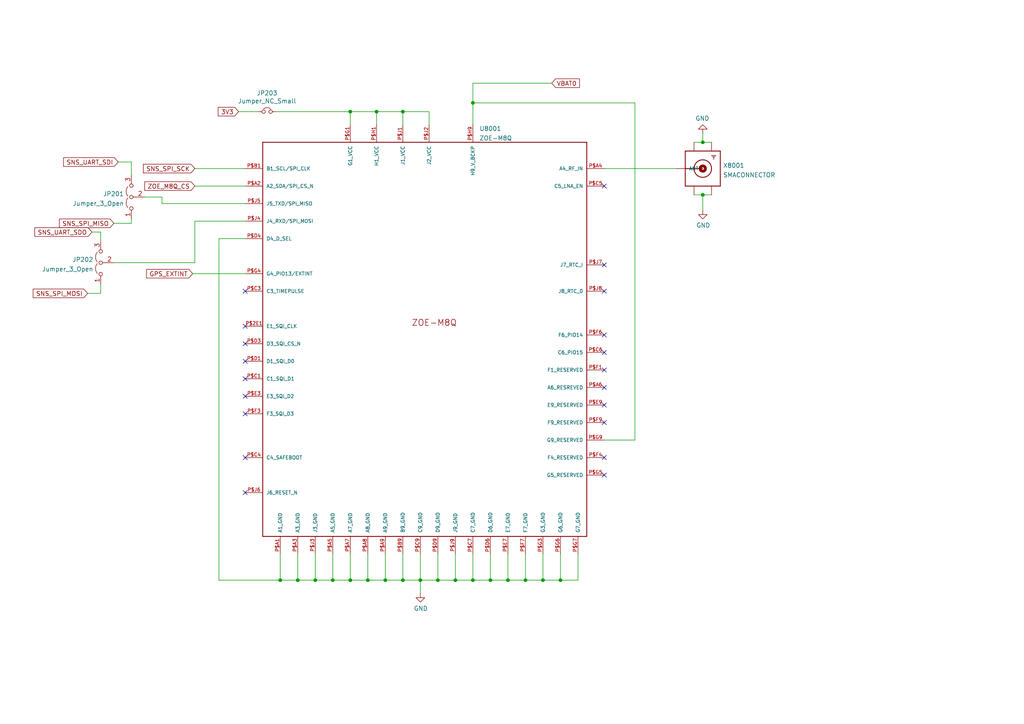
<source format=kicad_sch>
(kicad_sch (version 20211123) (generator eeschema)
  (paper "A4")
  (lib_symbols
    (symbol "Device:Jumper_NC_Small" (pin_numbers hide) (pin_names (offset 0.762) hide)
      (property "Reference" "JP" (at 0 2.032 0))
      (property "Value" "Device_Jumper_NC_Small" (at 0.254 -1.524 0))
      (symbol "Jumper_NC_Small_0_1"
        (circle (center -1.016 0) (radius 0.508))
        (circle (center 1.016 0) (radius 0.508))
        (arc (start 1.016 0.762) (mid 0 1.1828) (end -1.016 0.762))
        (pin passive line (at -2.54 0 0) (length 1.016) (name "1") (number "1"))
        (pin passive line (at 2.54 0 180) (length 1.016) (name "2") (number "2"))
      )
    )
    (symbol "Jumper:Jumper_3_Open" (pin_names (offset 0) hide)
      (property "Reference" "JP" (at -2.54 -2.54 0))
      (property "Value" "Jumper_3_Open" (at 0 2.794 0))
      (symbol "Jumper_3_Open_0_0"
        (circle (center -3.302 0) (radius 0.508))
        (circle (center 0 0) (radius 0.508))
        (circle (center 3.302 0) (radius 0.508))
      )
      (symbol "Jumper_3_Open_0_1"
        (arc (start -0.254 1.016) (mid -1.651 1.4992) (end -3.048 1.016))
        (polyline (pts (xy 0 -0.508) (xy 0 -1.27)))
        (arc (start 3.048 1.016) (mid 1.651 1.4992) (end 0.254 1.016))
      )
      (symbol "Jumper_3_Open_1_1"
        (pin passive line (at -6.35 0 0) (length 2.54) (name "A") (number "1"))
        (pin input line (at 0 -3.81 90) (length 2.54) (name "C") (number "2"))
        (pin passive line (at 6.35 0 180) (length 2.54) (name "B") (number "3"))
      )
    )
    (symbol "SMACONNECTOR:SMACONNECTOR" (pin_numbers hide) (pin_names (offset 1.016))
      (property "Reference" "X" (at 7.62 2.54 0))
      (property "Value" "SMACONNECTOR" (at 7.62 0 0))
      (symbol "SMACONNECTOR_0_0"
        (polyline (pts (xy -5.08 -5.08) (xy -5.08 0)) (stroke (width 0.254)))
        (polyline (pts (xy -5.08 0) (xy -5.08 5.08)) (stroke (width 0.254)))
        (polyline (pts (xy -5.08 0) (xy 0 0)) (stroke (width 0.254)))
        (polyline (pts (xy -5.08 5.08) (xy 5.08 5.08)) (stroke (width 0.254)))
        (polyline (pts (xy 2.54 3.81) (xy 3.175 3.81)) (stroke (width 0.127)))
        (polyline (pts (xy 3.175 3.175) (xy 2.54 3.81)) (stroke (width 0.127)))
        (polyline (pts (xy 3.175 3.81) (xy 3.175 2.54)) (stroke (width 0.127)))
        (polyline (pts (xy 3.175 3.81) (xy 3.81 3.81)) (stroke (width 0.127)))
        (polyline (pts (xy 3.81 3.81) (xy 3.175 3.175)) (stroke (width 0.127)))
        (polyline (pts (xy 5.08 -5.08) (xy -5.08 -5.08)) (stroke (width 0.254)))
        (polyline (pts (xy 5.08 5.08) (xy 5.08 -5.08)) (stroke (width 0.254)))
        (circle (center 0 0) (radius 0.3556) (stroke (width 0.8128)))
        (circle (center 0 0) (radius 2.54) (stroke (width 0.254)))
        (pin bidirectional line (at -7.62 0 0) (length 2.54) (name "ANT") (number "ANTENNA"))
        (pin power_in line (at -2.54 7.62 270) (length 2.54) (name "~") (number "GND1"))
        (pin power_in line (at 2.54 7.62 270) (length 2.54) (name "~") (number "GND2"))
        (pin power_in line (at -2.54 -7.62 90) (length 2.54) (name "~") (number "GND3"))
        (pin power_in line (at 2.54 -7.62 90) (length 2.54) (name "~") (number "GND4"))
      )
    )
    (symbol "ZOE-M8Q:ZOE-M8Q" (pin_names (offset 1.016))
      (property "Reference" "U" (at -71.12 93.98 0))
      (property "Value" "ZOE-M8Q" (at -86.36 -30.48 0))
      (symbol "ZOE-M8Q_0_0"
        (polyline (pts (xy -71.12 -25.4) (xy 22.86 -25.4)) (stroke (width 0.254)))
        (polyline (pts (xy -71.12 88.9) (xy -71.12 -25.4)) (stroke (width 0.254)))
        (polyline (pts (xy 22.86 88.9) (xy -71.12 88.9)) (stroke (width 0.254)))
        (polyline (pts (xy 22.86 88.9) (xy 22.86 -25.4)) (stroke (width 0.254)))
        (text "ZOE-M8Q" (at -27.94 35.56 0) (effects (font (size 1.778 1.778)) (justify left bottom)))
        (pin bidirectional line (at -76.2 35.56 0) (length 5.08) (name "E1_SQI_CLK") (number "P$2E1"))
        (pin power_in line (at -66.04 -30.48 90) (length 5.08) (name "A1_GND") (number "P$A1"))
        (pin bidirectional line (at -76.2 76.2 0) (length 5.08) (name "A2_SDA/SPI_CS_N") (number "P$A2"))
        (pin power_in line (at -60.96 -30.48 90) (length 5.08) (name "A3_GND") (number "P$A3"))
        (pin input line (at 27.94 81.28 180) (length 5.08) (name "A4_RF_IN") (number "P$A4"))
        (pin power_in line (at -50.8 -30.48 90) (length 5.08) (name "A5_GND") (number "P$A5"))
        (pin bidirectional line (at 27.94 17.78 180) (length 5.08) (name "A6_RESREVED") (number "P$A6"))
        (pin power_in line (at -45.72 -30.48 90) (length 5.08) (name "A7_GND") (number "P$A7"))
        (pin power_in line (at -40.64 -30.48 90) (length 5.08) (name "A8_GND") (number "P$A8"))
        (pin power_in line (at -35.56 -30.48 90) (length 5.08) (name "A9_GND") (number "P$A9"))
        (pin bidirectional line (at -76.2 81.28 0) (length 5.08) (name "B1_SCL/SPI_CLK") (number "P$B1"))
        (pin power_in line (at -30.48 -30.48 90) (length 5.08) (name "B9_GND") (number "P$B9"))
        (pin bidirectional line (at -76.2 20.32 0) (length 5.08) (name "C1_SQI_D1") (number "P$C1"))
        (pin bidirectional line (at -76.2 45.72 0) (length 5.08) (name "C3_TIMEPULSE") (number "P$C3"))
        (pin bidirectional line (at -76.2 -2.54 0) (length 5.08) (name "C4_SAFEBOOT") (number "P$C4"))
        (pin bidirectional line (at 27.94 76.2 180) (length 5.08) (name "C5_LNA_EN") (number "P$C5"))
        (pin bidirectional line (at 27.94 27.94 180) (length 5.08) (name "C6_PIO15") (number "P$C6"))
        (pin power_in line (at -10.16 -30.48 90) (length 5.08) (name "C7_GND") (number "P$C7"))
        (pin power_in line (at -25.4 -30.48 90) (length 5.08) (name "C9_GND") (number "P$C9"))
        (pin bidirectional line (at -76.2 25.4 0) (length 5.08) (name "D1_SQI_D0") (number "P$D1"))
        (pin bidirectional line (at -76.2 30.48 0) (length 5.08) (name "D3_SQI_CS_N") (number "P$D3"))
        (pin bidirectional line (at -76.2 60.96 0) (length 5.08) (name "D4_D_SEL") (number "P$D4"))
        (pin power_in line (at -5.08 -30.48 90) (length 5.08) (name "D6_GND") (number "P$D6"))
        (pin power_in line (at -20.32 -30.48 90) (length 5.08) (name "D9_GND") (number "P$D9"))
        (pin bidirectional line (at -76.2 15.24 0) (length 5.08) (name "E3_SQI_D2") (number "P$E3"))
        (pin power_in line (at 0 -30.48 90) (length 5.08) (name "E7_GND") (number "P$E7"))
        (pin bidirectional line (at 27.94 12.7 180) (length 5.08) (name "E9_RESERVED") (number "P$E9"))
        (pin bidirectional line (at 27.94 22.86 180) (length 5.08) (name "F1_RESERVED") (number "P$F1"))
        (pin bidirectional line (at -76.2 10.16 0) (length 5.08) (name "F3_SQI_D3") (number "P$F3"))
        (pin bidirectional line (at 27.94 -2.54 180) (length 5.08) (name "F4_RESERVED") (number "P$F4"))
        (pin bidirectional line (at 27.94 33.02 180) (length 5.08) (name "F6_PIO14") (number "P$F6"))
        (pin power_in line (at 5.08 -30.48 90) (length 5.08) (name "F7_GND") (number "P$F7"))
        (pin bidirectional line (at 27.94 7.62 180) (length 5.08) (name "F9_RESERVED") (number "P$F9"))
        (pin power_in line (at -45.72 93.98 270) (length 5.08) (name "G1_VCC") (number "P$G1"))
        (pin power_in line (at 10.16 -30.48 90) (length 5.08) (name "G3_GND") (number "P$G3"))
        (pin bidirectional line (at -76.2 50.8 0) (length 5.08) (name "G4_PIO13/EXTINT") (number "P$G4"))
        (pin bidirectional line (at 27.94 -7.62 180) (length 5.08) (name "G5_RESERVED") (number "P$G5"))
        (pin power_in line (at 15.24 -30.48 90) (length 5.08) (name "G6_GND") (number "P$G6"))
        (pin power_in line (at 20.32 -30.48 90) (length 5.08) (name "G7_GND") (number "P$G7"))
        (pin bidirectional line (at 27.94 2.54 180) (length 5.08) (name "G9_RESERVED") (number "P$G9"))
        (pin power_in line (at -38.1 93.98 270) (length 5.08) (name "H1_VCC") (number "P$H1"))
        (pin power_in line (at -10.16 93.98 270) (length 5.08) (name "H9_V_BCKP") (number "P$H9"))
        (pin power_in line (at -30.48 93.98 270) (length 5.08) (name "J1_VCC") (number "P$J1"))
        (pin power_in line (at -22.86 93.98 270) (length 5.08) (name "J2_VCC") (number "P$J2"))
        (pin power_in line (at -55.88 -30.48 90) (length 5.08) (name "J3_GND") (number "P$J3"))
        (pin bidirectional line (at -76.2 66.04 0) (length 5.08) (name "J4_RXD/SPI_MOSI") (number "P$J4"))
        (pin bidirectional line (at -76.2 71.12 0) (length 5.08) (name "J5_TXD/SPI_MISO") (number "P$J5"))
        (pin bidirectional line (at -76.2 -12.7 0) (length 5.08) (name "J6_RESET_N") (number "P$J6"))
        (pin bidirectional line (at 27.94 53.34 180) (length 5.08) (name "J7_RTC_I") (number "P$J7"))
        (pin bidirectional line (at 27.94 45.72 180) (length 5.08) (name "J8_RTC_0") (number "P$J8"))
        (pin power_in line (at -15.24 -30.48 90) (length 5.08) (name "J9_GND") (number "P$J9"))
      )
    )
    (symbol "power:GND" (power) (pin_names (offset 0))
      (property "Value" "GND" (at 0 -3.81 0))
      (symbol "GND_0_1"
        (polyline (pts (xy 0 0) (xy 0 -1.27) (xy 1.27 -1.27) (xy 0 -2.54) (xy -1.27 -1.27) (xy 0 -1.27)))
      )
      (symbol "GND_1_1"
        (pin power_in line (at 0 0 270) (length 0) hide (name "GND") (number "1"))
      )
    )
  )
  (junction (at 121.92 168.275))
  (junction (at 147.32 168.275))
  (junction (at 162.56 168.275))
  (junction (at 127 168.275))
  (junction (at 96.52 168.275))
  (junction (at 91.44 168.275))
  (junction (at 142.24 168.275))
  (junction (at 137.16 168.275))
  (junction (at 157.48 168.275))
  (junction (at 132.08 168.275))
  (junction (at 81.28 168.275))
  (junction (at 203.835 56.515))
  (junction (at 203.835 41.275))
  (junction (at 86.36 168.275))
  (junction (at 101.6 168.275))
  (junction (at 116.84 168.275))
  (junction (at 152.4 168.275))
  (junction (at 111.76 168.275))
  (junction (at 137.16 29.845))
  (junction (at 116.84 32.385))
  (junction (at 106.68 168.275))
  (junction (at 101.6 32.385))
  (junction (at 109.22 32.385))
  (no_connect (at 175.26 53.975))
  (no_connect (at 71.12 120.015))
  (no_connect (at 71.12 99.695))
  (no_connect (at 71.12 109.855))
  (no_connect (at 71.12 142.875))
  (no_connect (at 175.26 117.475))
  (no_connect (at 175.26 84.455))
  (no_connect (at 175.26 107.315))
  (no_connect (at 71.12 94.615))
  (no_connect (at 175.26 137.795))
  (no_connect (at 175.26 122.555))
  (no_connect (at 175.26 97.155))
  (no_connect (at 71.12 104.775))
  (no_connect (at 71.12 84.455))
  (no_connect (at 175.26 76.835))
  (no_connect (at 71.12 132.715))
  (no_connect (at 71.12 114.935))
  (no_connect (at 175.26 102.235))
  (no_connect (at 175.26 132.715))
  (no_connect (at 175.26 112.395))
  (wire (pts (xy 147.32 168.275) (xy 152.4 168.275)))
  (wire (pts (xy 142.24 160.655) (xy 142.24 168.275)))
  (wire (pts (xy 71.12 59.055) (xy 46.99 59.055)))
  (wire (pts (xy 137.16 29.845) (xy 184.15 29.845)))
  (wire (pts (xy 167.64 168.275) (xy 167.64 160.655)))
  (wire (pts (xy 101.6 168.275) (xy 106.68 168.275)))
  (wire (pts (xy 71.12 53.975) (xy 56.515 53.975)))
  (wire (pts (xy 203.835 56.515) (xy 206.375 56.515)))
  (wire (pts (xy 184.15 29.845) (xy 184.15 127.635)))
  (wire (pts (xy 63.5 168.275) (xy 81.28 168.275)))
  (wire (pts (xy 56.515 64.135) (xy 71.12 64.135)))
  (wire (pts (xy 91.44 160.655) (xy 91.44 168.275)))
  (wire (pts (xy 203.835 60.96) (xy 203.835 56.515)))
  (wire (pts (xy 96.52 160.655) (xy 96.52 168.275)))
  (wire (pts (xy 116.84 160.655) (xy 116.84 168.275)))
  (wire (pts (xy 111.76 168.275) (xy 116.84 168.275)))
  (wire (pts (xy 132.08 168.275) (xy 137.16 168.275)))
  (wire (pts (xy 38.1 64.77) (xy 33.02 64.77)))
  (wire (pts (xy 29.21 82.55) (xy 29.21 85.09)))
  (wire (pts (xy 121.92 168.275) (xy 127 168.275)))
  (wire (pts (xy 175.26 48.895) (xy 196.215 48.895)))
  (wire (pts (xy 124.46 36.195) (xy 124.46 32.385)))
  (wire (pts (xy 80.01 32.385) (xy 101.6 32.385)))
  (wire (pts (xy 203.835 41.275) (xy 206.375 41.275)))
  (wire (pts (xy 101.6 36.195) (xy 101.6 32.385)))
  (wire (pts (xy 116.84 168.275) (xy 121.92 168.275)))
  (wire (pts (xy 38.1 46.99) (xy 34.29 46.99)))
  (wire (pts (xy 121.92 160.655) (xy 121.92 168.275)))
  (wire (pts (xy 162.56 160.655) (xy 162.56 168.275)))
  (wire (pts (xy 56.515 48.895) (xy 71.12 48.895)))
  (wire (pts (xy 127 160.655) (xy 127 168.275)))
  (wire (pts (xy 203.835 38.735) (xy 203.835 41.275)))
  (wire (pts (xy 81.28 168.275) (xy 86.36 168.275)))
  (wire (pts (xy 201.295 41.275) (xy 203.835 41.275)))
  (wire (pts (xy 86.36 168.275) (xy 91.44 168.275)))
  (wire (pts (xy 137.16 160.655) (xy 137.16 168.275)))
  (wire (pts (xy 86.36 160.655) (xy 86.36 168.275)))
  (wire (pts (xy 124.46 32.385) (xy 116.84 32.385)))
  (wire (pts (xy 38.1 63.5) (xy 38.1 64.77)))
  (wire (pts (xy 137.16 168.275) (xy 142.24 168.275)))
  (wire (pts (xy 106.68 160.655) (xy 106.68 168.275)))
  (wire (pts (xy 132.08 160.655) (xy 132.08 168.275)))
  (wire (pts (xy 137.16 24.13) (xy 137.16 29.845)))
  (wire (pts (xy 33.02 76.2) (xy 56.515 76.2)))
  (wire (pts (xy 162.56 168.275) (xy 167.64 168.275)))
  (wire (pts (xy 63.5 69.215) (xy 63.5 168.275)))
  (wire (pts (xy 101.6 160.655) (xy 101.6 168.275)))
  (wire (pts (xy 38.1 50.8) (xy 38.1 46.99)))
  (wire (pts (xy 157.48 160.655) (xy 157.48 168.275)))
  (wire (pts (xy 71.12 79.375) (xy 55.88 79.375)))
  (wire (pts (xy 201.295 56.515) (xy 203.835 56.515)))
  (wire (pts (xy 111.76 160.655) (xy 111.76 168.275)))
  (wire (pts (xy 116.84 36.195) (xy 116.84 32.385)))
  (wire (pts (xy 137.16 29.845) (xy 137.16 36.195)))
  (wire (pts (xy 127 168.275) (xy 132.08 168.275)))
  (wire (pts (xy 157.48 168.275) (xy 162.56 168.275)))
  (wire (pts (xy 46.99 59.055) (xy 46.99 57.15)))
  (wire (pts (xy 109.22 36.195) (xy 109.22 32.385)))
  (wire (pts (xy 46.99 57.15) (xy 41.91 57.15)))
  (wire (pts (xy 96.52 168.275) (xy 101.6 168.275)))
  (wire (pts (xy 106.68 168.275) (xy 111.76 168.275)))
  (wire (pts (xy 152.4 168.275) (xy 157.48 168.275)))
  (wire (pts (xy 91.44 168.275) (xy 96.52 168.275)))
  (wire (pts (xy 29.21 85.09) (xy 25.4 85.09)))
  (wire (pts (xy 71.12 69.215) (xy 63.5 69.215)))
  (wire (pts (xy 26.67 67.31) (xy 29.21 67.31)))
  (wire (pts (xy 116.84 32.385) (xy 109.22 32.385)))
  (wire (pts (xy 142.24 168.275) (xy 147.32 168.275)))
  (wire (pts (xy 184.15 127.635) (xy 175.26 127.635)))
  (wire (pts (xy 109.22 32.385) (xy 101.6 32.385)))
  (wire (pts (xy 29.21 67.31) (xy 29.21 69.85)))
  (wire (pts (xy 74.93 32.385) (xy 69.215 32.385)))
  (wire (pts (xy 81.28 160.655) (xy 81.28 168.275)))
  (wire (pts (xy 160.02 24.13) (xy 137.16 24.13)))
  (wire (pts (xy 152.4 160.655) (xy 152.4 168.275)))
  (wire (pts (xy 147.32 160.655) (xy 147.32 168.275)))
  (wire (pts (xy 56.515 76.2) (xy 56.515 64.135)))
  (wire (pts (xy 121.92 172.085) (xy 121.92 168.275)))
  (global_label "SNS_SPI_SCK" (shape input) (at 56.515 48.895 180) (property "Intersheet References" "${INTERSHEET_REFS}" (effects hide)))
  (global_label "SNS_SPI_MOSI" (shape input) (at 25.4 85.09 180) (property "Intersheet References" "${INTERSHEET_REFS}" (effects hide)))
  (global_label "SNS_UART_SDO" (shape input) (at 26.67 67.31 180) (property "Intersheet References" "${INTERSHEET_REFS}" (effects hide)))
  (global_label "SNS_SPI_MISO" (shape input) (at 33.02 64.77 180) (property "Intersheet References" "${INTERSHEET_REFS}" (effects hide)))
  (global_label "3V3" (shape input) (at 69.215 32.385 180) (property "Intersheet References" "${INTERSHEET_REFS}" (effects hide)))
  (global_label "ZOE_M8Q_CS" (shape input) (at 56.515 53.975 180) (property "Intersheet References" "${INTERSHEET_REFS}" (effects hide)))
  (global_label "SNS_UART_SDI" (shape input) (at 34.29 46.99 180) (property "Intersheet References" "${INTERSHEET_REFS}" (effects hide)))
  (global_label "VBAT0" (shape input) (at 160.02 24.13 0) (property "Intersheet References" "${INTERSHEET_REFS}" (effects hide)))
  (global_label "GPS_EXTINT" (shape input) (at 55.88 79.375 180) (property "Intersheet References" "${INTERSHEET_REFS}" (effects hide)))
  (symbol (lib_id "Device:Jumper_NC_Small") (at 77.47 32.385 0) (unit 1)
    (property "Reference" "JP203" (at 77.47 27.0002 0))
    (property "Value" "Jumper_NC_Small" (at 77.47 29.3116 0))
    (property "Footprint" "Jumper:SolderJumper-2_P1.3mm_Bridged2Bar_RoundedPad1.0x1.5mm" (effects hide))
  )
  (symbol (lib_id "power:GND") (at 121.92 172.085 0) (unit 1)
    (property "Reference" "#PWR0201" (effects hide))
    (property "Value" "GND" (at 122.047 176.4792 0))
  )
  (symbol (lib_id "power:GND") (at 203.835 60.96 0) (unit 1)
    (property "Reference" "#PWR0203" (effects hide))
    (property "Value" "GND" (at 203.962 65.3542 0))
  )
  (symbol (lib_id "power:GND") (at 203.835 38.735 180) (unit 1)
    (property "Reference" "#PWR0202" (effects hide))
    (property "Value" "GND" (at 203.708 34.3408 0))
  )
  (symbol (lib_id "Jumper:Jumper_3_Open") (at 29.21 76.2 90) (unit 1)
    (property "Reference" "JP202" (at 27.0759 75.2915 90) (effects (justify left)))
    (property "Value" "Jumper_3_Open" (at 27.0759 78.0666 90) (effects (justify left)))
    (property "Footprint" "Jumper:SolderJumper-3_P1.3mm_Open_RoundedPad1.0x1.5mm" (effects hide))
  )
  (symbol (lib_id "ZOE-M8Q:ZOE-M8Q") (at 147.32 130.175 0) (unit 1)
    (property "Reference" "U8001" (at 139.0397 37.3085 0) (effects (justify left)))
    (property "Value" "ZOE-M8Q" (at 139.0397 40.0836 0) (effects (justify left)))
    (property "Footprint" "ZOE-M8Q:ZOE-M8Q" (effects hide))
  )
  (symbol (lib_id "SMACONNECTOR:SMACONNECTOR") (at 203.835 48.895 0) (unit 1)
    (property "Reference" "X8001" (at 209.677 47.9865 0) (effects (justify left)))
    (property "Value" "SMACONNECTOR" (at 209.677 50.7616 0) (effects (justify left)))
    (property "Footprint" "uFL:uFL" (effects hide))
  )
  (symbol (lib_id "Jumper:Jumper_3_Open") (at 38.1 57.15 90) (unit 1)
    (property "Reference" "JP201" (at 35.9659 56.2415 90) (effects (justify left)))
    (property "Value" "Jumper_3_Open" (at 35.9659 59.0166 90) (effects (justify left)))
    (property "Footprint" "Jumper:SolderJumper-3_P1.3mm_Open_RoundedPad1.0x1.5mm" (effects hide))
  )
)
</source>
